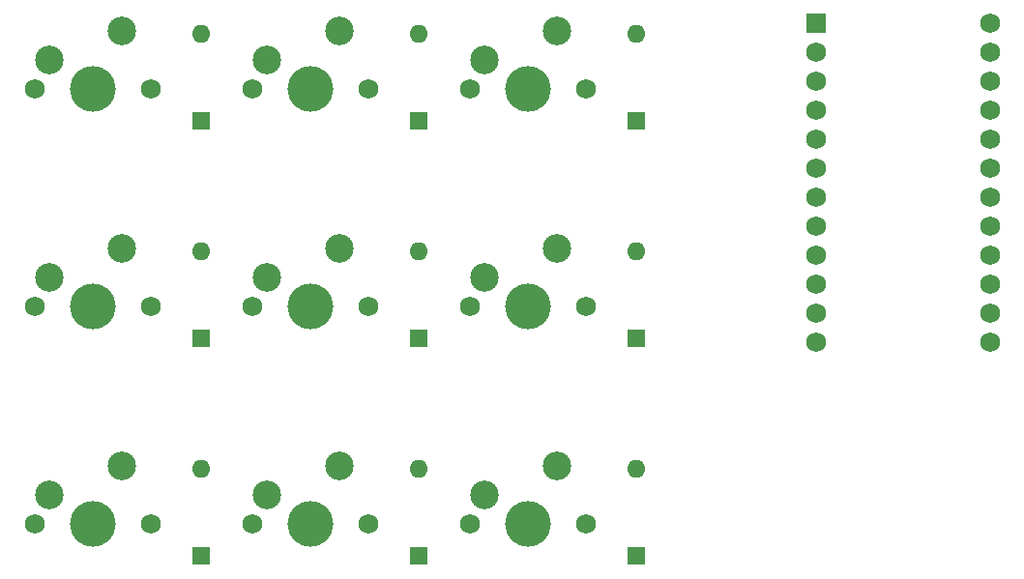
<source format=gbr>
%TF.GenerationSoftware,KiCad,Pcbnew,8.0.1*%
%TF.CreationDate,2024-04-28T14:26:27+12:00*%
%TF.ProjectId,v1,76312e6b-6963-4616-945f-706362585858,rev?*%
%TF.SameCoordinates,Original*%
%TF.FileFunction,Soldermask,Top*%
%TF.FilePolarity,Negative*%
%FSLAX46Y46*%
G04 Gerber Fmt 4.6, Leading zero omitted, Abs format (unit mm)*
G04 Created by KiCad (PCBNEW 8.0.1) date 2024-04-28 14:26:27*
%MOMM*%
%LPD*%
G01*
G04 APERTURE LIST*
%ADD10C,1.750000*%
%ADD11C,4.000000*%
%ADD12C,2.500000*%
%ADD13R,1.752600X1.752600*%
%ADD14C,1.752600*%
%ADD15R,1.600000X1.600000*%
%ADD16O,1.600000X1.600000*%
G04 APERTURE END LIST*
D10*
%TO.C,S7*%
X123190000Y-114300000D03*
D11*
X128270000Y-114300000D03*
D10*
X133350000Y-114300000D03*
D12*
X124460000Y-111760000D03*
X130810000Y-109220000D03*
%TD*%
D13*
%TO.C,U1*%
X191611250Y-70485000D03*
D14*
X191611250Y-73025000D03*
X191611250Y-75565000D03*
X191611250Y-78105000D03*
X191611250Y-80645000D03*
X191611250Y-83185000D03*
X191611250Y-85725000D03*
X191611250Y-88265000D03*
X191611250Y-90805000D03*
X191611250Y-93345000D03*
X191611250Y-95885000D03*
X191611250Y-98425000D03*
X206851250Y-98425000D03*
X206851250Y-95885000D03*
X206851250Y-93345000D03*
X206851250Y-90805000D03*
X206851250Y-88265000D03*
X206851250Y-85725000D03*
X206851250Y-83185000D03*
X206851250Y-80645000D03*
X206851250Y-78105000D03*
X206851250Y-75565000D03*
X206851250Y-73025000D03*
X206851250Y-70485000D03*
%TD*%
D10*
%TO.C,S5*%
X142240000Y-95250000D03*
D11*
X147320000Y-95250000D03*
D10*
X152400000Y-95250000D03*
D12*
X143510000Y-92710000D03*
X149860000Y-90170000D03*
%TD*%
D10*
%TO.C,S4*%
X123190000Y-95250000D03*
D11*
X128270000Y-95250000D03*
D10*
X133350000Y-95250000D03*
D12*
X124460000Y-92710000D03*
X130810000Y-90170000D03*
%TD*%
D10*
%TO.C,S1*%
X123190000Y-76200000D03*
D11*
X128270000Y-76200000D03*
D10*
X133350000Y-76200000D03*
D12*
X124460000Y-73660000D03*
X130810000Y-71120000D03*
%TD*%
D10*
%TO.C,S3*%
X161290000Y-76200000D03*
D11*
X166370000Y-76200000D03*
D10*
X171450000Y-76200000D03*
D12*
X162560000Y-73660000D03*
X168910000Y-71120000D03*
%TD*%
D10*
%TO.C,S6*%
X161290000Y-95250000D03*
D11*
X166370000Y-95250000D03*
D10*
X171450000Y-95250000D03*
D12*
X162560000Y-92710000D03*
X168910000Y-90170000D03*
%TD*%
D10*
%TO.C,S2*%
X142240000Y-76200000D03*
D11*
X147320000Y-76200000D03*
D10*
X152400000Y-76200000D03*
D12*
X143510000Y-73660000D03*
X149860000Y-71120000D03*
%TD*%
D10*
%TO.C,S8*%
X142240000Y-114300000D03*
D11*
X147320000Y-114300000D03*
D10*
X152400000Y-114300000D03*
D12*
X143510000Y-111760000D03*
X149860000Y-109220000D03*
%TD*%
D10*
%TO.C,S9*%
X161290000Y-114300000D03*
D11*
X166370000Y-114300000D03*
D10*
X171450000Y-114300000D03*
D12*
X162560000Y-111760000D03*
X168910000Y-109220000D03*
%TD*%
D15*
%TO.C,D8*%
X156845000Y-117157500D03*
D16*
X156845000Y-109537500D03*
%TD*%
D15*
%TO.C,D5*%
X156845000Y-98107500D03*
D16*
X156845000Y-90487500D03*
%TD*%
D15*
%TO.C,D4*%
X137795000Y-98107500D03*
D16*
X137795000Y-90487500D03*
%TD*%
D15*
%TO.C,D2*%
X156845000Y-79057500D03*
D16*
X156845000Y-71437500D03*
%TD*%
D15*
%TO.C,D6*%
X175895000Y-98107500D03*
D16*
X175895000Y-90487500D03*
%TD*%
D15*
%TO.C,D9*%
X175895000Y-117157500D03*
D16*
X175895000Y-109537500D03*
%TD*%
D15*
%TO.C,D7*%
X137795000Y-117157500D03*
D16*
X137795000Y-109537500D03*
%TD*%
D15*
%TO.C,D3*%
X175895000Y-79057500D03*
D16*
X175895000Y-71437500D03*
%TD*%
D15*
%TO.C,D1*%
X137795000Y-79057500D03*
D16*
X137795000Y-71437500D03*
%TD*%
M02*

</source>
